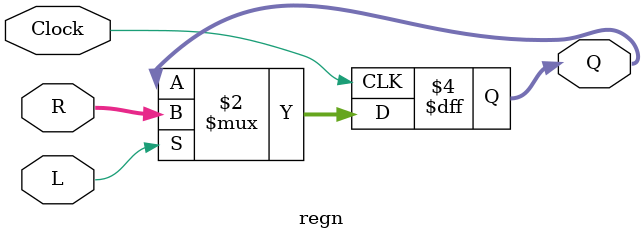
<source format=v>
module regn (R, L, Clock, Q);
	parameter n = 8;
	input [n-1:0] R;
	input L, Clock;
	output reg [n-1:0] Q;

	always @(posedge Clock)
		if (L)
			Q <= R;

endmodule


</source>
